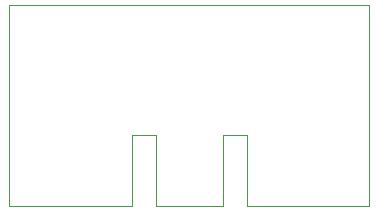
<source format=gbr>
%TF.GenerationSoftware,KiCad,Pcbnew,6.0.11-2627ca5db0~126~ubuntu22.04.1*%
%TF.CreationDate,2023-09-07T13:32:49+02:00*%
%TF.ProjectId,I2C_Module_BME280_FUEL4EP,4932435f-4d6f-4647-956c-655f424d4532,V1.0*%
%TF.SameCoordinates,Original*%
%TF.FileFunction,Profile,NP*%
%FSLAX46Y46*%
G04 Gerber Fmt 4.6, Leading zero omitted, Abs format (unit mm)*
G04 Created by KiCad (PCBNEW 6.0.11-2627ca5db0~126~ubuntu22.04.1) date 2023-09-07 13:32:49*
%MOMM*%
%LPD*%
G01*
G04 APERTURE LIST*
%TA.AperFunction,Profile*%
%ADD10C,0.038100*%
%TD*%
G04 APERTURE END LIST*
D10*
X10400000Y0D02*
X0Y0D01*
X20100000Y6000000D02*
X18100000Y6000000D01*
X10400000Y6000000D02*
X12400000Y6000000D01*
X20100000Y0D02*
X20100000Y6000000D01*
X10400000Y0D02*
X10400000Y6000000D01*
X30480000Y0D02*
X20100000Y0D01*
X0Y17000000D02*
X0Y0D01*
X0Y17000000D02*
X30480000Y17000000D01*
X18100000Y0D02*
X12400000Y0D01*
X12400000Y6000000D02*
X12400000Y0D01*
X18100000Y6000000D02*
X18100000Y0D01*
X30480000Y17000000D02*
X30480000Y0D01*
M02*

</source>
